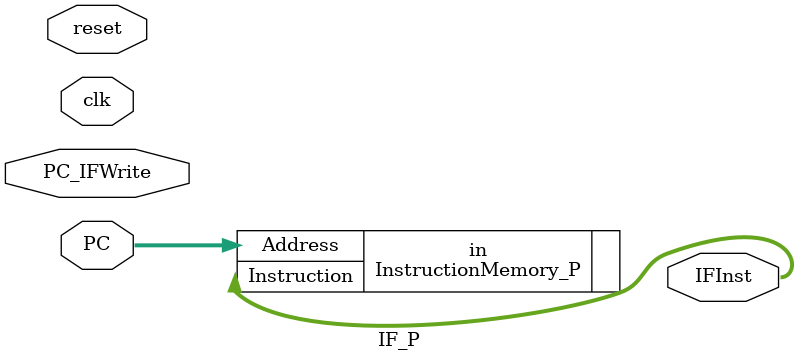
<source format=v>
module IF_P(reset,clk,PC,PC_IFWrite,IFInst);
  input clk,reset,PC_IFWrite;
  input [31:0] PC;
  output [31:0]IFInst;
  InstructionMemory_P in(.Address(PC), .Instruction(IFInst));
endmodule 

</source>
